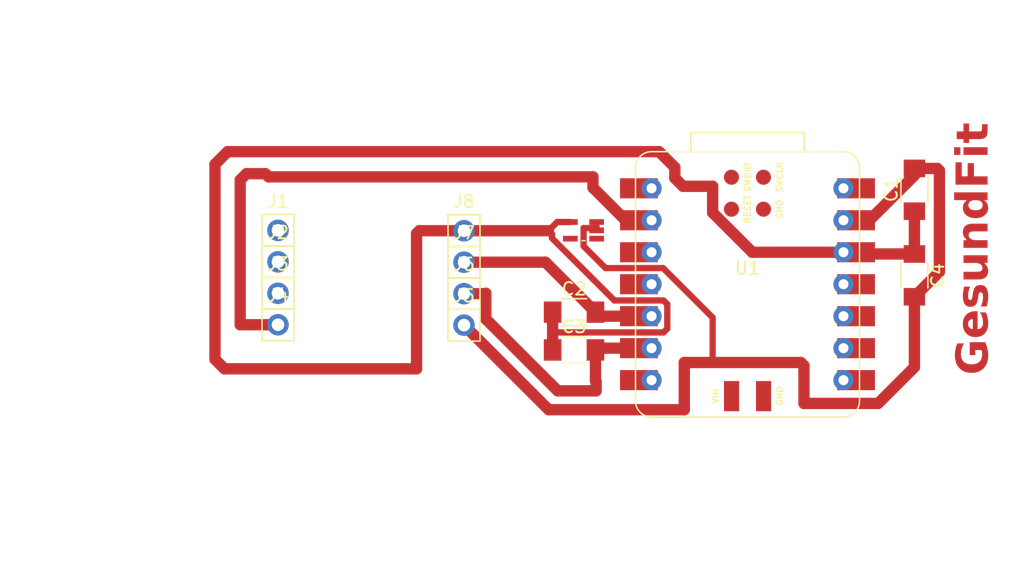
<source format=kicad_pcb>
(kicad_pcb (version 20240108) (generator "pcbnew") (generator_version "8.0")
  (layers (0 "F.Cu" signal) (31 "B.Cu" signal) (34 "B.Paste" user) (35 "F.Paste" user) (36 "B.SilkS" user "B.Silkscreen") (37 "F.SilkS" user "F.Silkscreen") (38 "B.Mask" user) (39 "F.Mask" user) (44 "Edge.Cuts" user))
  (net 0 "")
  (net 1 "Net-(J7-Pin_1)")
  (net 2 "Net-(J6-Pin_1)")
  (net 6 "Net-(J4-Pin_1)")
  (net 7 "PWR_GND")
  (net 19 "PWR_3V3")
  (net 20 "Net-(U1-PA02_A0_D0)")
  (footprint "fab:PinHeader_1x01_P2.54mm_Vertical_THT_D1mm" (layer "F.Cu") (at 136.515 46.53)
    (property "Reference" "J8" (at 0 -2.33 0) (layer "F.SilkS"))
    (property "Value" "Conn_PinHeader_1x01_P2.54mm_Vertical_THT_D1mm")
    (fp_line (start -1.27 -1.27) (end -1.27 1.27) (stroke (width 0.12)) (layer "F.SilkS"))
    (fp_line (start -1.27 -1.27) (end 1.27 -1.27) (stroke (width 0.12)) (layer "F.SilkS"))
    (fp_line (start -1.27 1.27) (end 1.27 1.27) (stroke (width 0.12)) (layer "F.SilkS"))
    (fp_line (start 1.27 -1.27) (end 1.27 1.27) (stroke (width 0.12)) (layer "F.SilkS"))
    (pad "1" thru_hole oval (at 0 0) (size 1.7 1.7) (drill 1) (layers "*.Cu" "*.Mask") (net 19 "PWR_3V3"))
  )
  (footprint "fab:SeeedStudio_XIAO_RP2040" (layer "F.Cu") (at 159.015 50.78)
    (property "Reference" "U1" (at 0 -1.27 0) (layer "F.SilkS"))
    (property "Value" "~")
    (fp_line (start -8.8875 9.281) (end -8.8875 -9.261) (stroke (width 0.12)) (layer "F.SilkS"))
    (fp_line (start -7.6175 -10.531) (end 7.6225 -10.531) (stroke (width 0.12)) (layer "F.SilkS"))
    (fp_line (start 7.6225 10.551) (end -7.6175 10.551) (stroke (width 0.12)) (layer "F.SilkS"))
    (fp_line (start 8.8925 -9.261) (end 8.8925 9.281) (stroke (width 0.12)) (layer "F.SilkS"))
    (fp_rect (start -4.4975 -10.531) (end 4.5025 -12.055) (stroke (width 0.12)) (fill none) (layer "F.SilkS"))
    (fp_arc (start -8.8875 -9.261) (mid -8.515526 -10.159026) (end -7.6175 -10.531) (stroke (width 0.12)) (layer "F.SilkS"))
    (fp_arc (start -7.6175 10.551) (mid -8.515526 10.179026) (end -8.8875 9.281) (stroke (width 0.12)) (layer "F.SilkS"))
    (fp_arc (start 7.6225 -10.531) (mid 8.520526 -10.159026) (end 8.8925 -9.261) (stroke (width 0.12)) (layer "F.SilkS"))
    (fp_arc (start 8.8925 9.281) (mid 8.520526 10.179026) (end 7.6225 10.551) (stroke (width 0.12)) (layer "F.SilkS"))
    (fp_text user "GND" (at 2.54 -5.96 90) (layer "F.SilkS") (effects (font (size 0.5 0.5) (thickness 0.1) (bold yes))))
    (fp_text user "SWCLK" (at 2.54 -8.5 90) (layer "F.SilkS") (effects (font (size 0.5 0.5) (thickness 0.1) (bold yes))))
    (fp_text user "VIN" (at -2.535 8.89 90) (layer "F.SilkS") (effects (font (size 0.5 0.5) (thickness 0.1) (bold yes))))
    (fp_text user "RESET" (at 0 -5.96 90) (layer "F.SilkS") (effects (font (size 0.5 0.5) (thickness 0.1) (bold yes))))
    (fp_text user "GND" (at 2.545 8.89 90) (layer "F.SilkS") (effects (font (size 0.5 0.5) (thickness 0.1) (bold yes))))
    (fp_text user "SWDIO" (at 0 -8.5 90) (layer "F.SilkS") (effects (font (size 0.5 0.5) (thickness 0.1) (bold yes))))
    (pad "1" thru_hole circle (at -7.615 -7.62) (size 1.6 1.6) (drill 0.8) (layers "*.Cu" "*.Mask") (net 20 "Net-(U1-PA02_A0_D0)"))
    (pad "1" smd rect (at -7.615 -7.62) (size 3 1.6) (drill (offset -1 0)) (layers "F.Cu" "F.Paste" "F.Mask") (net 20 "Net-(U1-PA02_A0_D0)"))
    (pad "2" thru_hole circle (at -7.615 -5.08) (size 1.6 1.6) (drill 0.8) (layers "*.Cu" "*.Mask") (net 6 "Net-(J4-Pin_1)"))
    (pad "2" smd rect (at -7.615 -5.08) (size 3 1.6) (drill (offset -1 0)) (layers "F.Cu" "F.Paste" "F.Mask") (net 6 "Net-(J4-Pin_1)"))
    (pad "3" thru_hole circle (at -7.615 -2.54) (size 1.6 1.6) (drill 0.8) (layers "*.Cu" "*.Mask"))
    (pad "3" smd rect (at -7.615 -2.54) (size 3 1.6) (drill (offset -1 0)) (layers "F.Cu" "F.Paste" "F.Mask"))
    (pad "4" thru_hole circle (at -7.615 0) (size 1.6 1.6) (drill 0.8) (layers "*.Cu" "*.Mask"))
    (pad "4" smd rect (at -7.615 0) (size 3 1.6) (drill (offset -1 0)) (layers "F.Cu" "F.Paste" "F.Mask"))
    (pad "5" thru_hole circle (at -7.615 2.54) (size 1.6 1.6) (drill 0.8) (layers "*.Cu" "*.Mask") (net 1 "Net-(J7-Pin_1)"))
    (pad "5" smd rect (at -7.615 2.54) (size 3 1.6) (drill (offset -1 0)) (layers "F.Cu" "F.Paste" "F.Mask") (net 1 "Net-(J7-Pin_1)"))
    (pad "6" thru_hole circle (at -7.615 5.08) (size 1.6 1.6) (drill 0.8) (layers "*.Cu" "*.Mask") (net 2 "Net-(J6-Pin_1)"))
    (pad "6" smd rect (at -7.615 5.08) (size 3 1.6) (drill (offset -1 0)) (layers "F.Cu" "F.Paste" "F.Mask") (net 2 "Net-(J6-Pin_1)"))
    (pad "7" thru_hole circle (at -7.615 7.62) (size 1.6 1.6) (drill 0.8) (layers "*.Cu" "*.Mask"))
    (pad "7" smd rect (at -7.615 7.62) (size 3 1.6) (drill (offset -1 0)) (layers "F.Cu" "F.Paste" "F.Mask"))
    (pad "8" thru_hole circle (at 7.62 7.62) (size 1.6 1.6) (drill 0.8) (layers "*.Cu" "*.Mask"))
    (pad "8" smd rect (at 7.62 7.62) (size 3 1.6) (drill (offset 1 0)) (layers "F.Cu" "F.Paste" "F.Mask"))
    (pad "9" thru_hole circle (at 7.62 5.08) (size 1.6 1.6) (drill 0.8) (layers "*.Cu" "*.Mask"))
    (pad "9" smd rect (at 7.62 5.08) (size 3 1.6) (drill (offset 1 0)) (layers "F.Cu" "F.Paste" "F.Mask"))
    (pad "10" thru_hole circle (at 7.62 2.54) (size 1.6 1.6) (drill 0.8) (layers "*.Cu" "*.Mask"))
    (pad "10" smd rect (at 7.62 2.54) (size 3 1.6) (drill (offset 1 0)) (layers "F.Cu" "F.Paste" "F.Mask"))
    (pad "11" thru_hole circle (at 7.62 0) (size 1.6 1.6) (drill 0.8) (layers "*.Cu" "*.Mask"))
    (pad "11" smd rect (at 7.62 0) (size 3 1.6) (drill (offset 1 0)) (layers "F.Cu" "F.Paste" "F.Mask"))
    (pad "12" thru_hole circle (at 7.62 -2.54) (size 1.6 1.6) (drill 0.8) (layers "*.Cu" "*.Mask") (net 19 "PWR_3V3"))
    (pad "12" smd rect (at 7.62 -2.54) (size 3 1.6) (drill (offset 1 0)) (layers "F.Cu" "F.Paste" "F.Mask") (net 19 "PWR_3V3"))
    (pad "13" thru_hole circle (at 7.62 -5.08) (size 1.6 1.6) (drill 0.8) (layers "*.Cu" "*.Mask") (net 7 "PWR_GND"))
    (pad "13" smd rect (at 7.62 -5.08) (size 3 1.6) (drill (offset 1 0)) (layers "F.Cu" "F.Paste" "F.Mask") (net 7 "PWR_GND"))
    (pad "14" thru_hole circle (at 7.62 -7.62) (size 1.6 1.6) (drill 0.8) (layers "*.Cu" "*.Mask"))
    (pad "14" smd rect (at 7.62 -7.62) (size 3 1.6) (drill (offset 1 0)) (layers "F.Cu" "F.Paste" "F.Mask"))
    (pad "15" smd rect (at 1.275 8.89 270) (size 2.4 1.2) (layers "F.Cu" "F.Paste" "F.Mask"))
    (pad "16" smd rect (at -1.265 8.89 270) (size 2.4 1.2) (layers "F.Cu" "F.Paste" "F.Mask"))
    (pad "17" smd circle (at -1.27 -8.5) (size 1.2 1.2) (layers "F.Cu" "F.Paste" "F.Mask"))
    (pad "18" smd circle (at -1.27 -5.96) (size 1.2 1.2) (layers "F.Cu" "F.Paste" "F.Mask"))
    (pad "19" smd circle (at 1.27 -5.96) (size 1.2 1.2) (layers "F.Cu" "F.Paste" "F.Mask"))
    (pad "20" smd circle (at 1.27 -8.5) (size 1.2 1.2) (layers "F.Cu" "F.Paste" "F.Mask"))
  )
  (footprint "fab:PinHeader_1x01_P2.54mm_Vertical_THT_D1mm" (layer "F.Cu") (at 121.75 49)
    (property "Reference" "J2" (at 0 -2.33 0) (layer "F.SilkS"))
    (property "Value" "Conn_PinHeader_1x01_P2.54mm_Vertical_THT_D1mm")
    (fp_line (start -1.27 -1.27) (end -1.27 1.27) (stroke (width 0.12)) (layer "F.SilkS"))
    (fp_line (start -1.27 -1.27) (end 1.27 -1.27) (stroke (width 0.12)) (layer "F.SilkS"))
    (fp_line (start -1.27 1.27) (end 1.27 1.27) (stroke (width 0.12)) (layer "F.SilkS"))
    (fp_line (start 1.27 -1.27) (end 1.27 1.27) (stroke (width 0.12)) (layer "F.SilkS"))
    (pad "1" thru_hole oval (at 0 0) (size 1.7 1.7) (drill 1) (layers "*.Cu" "*.Mask"))
  )
  (footprint "fab:PinHeader_1x01_P2.54mm_Vertical_THT_D1mm" (layer "F.Cu") (at 121.75 54)
    (property "Reference" "J4" (at 0 -2.33 0) (layer "F.SilkS"))
    (property "Value" "Conn_PinHeader_1x01_P2.54mm_Vertical_THT_D1mm")
    (fp_line (start -1.27 -1.27) (end -1.27 1.27) (stroke (width 0.12)) (layer "F.SilkS"))
    (fp_line (start -1.27 -1.27) (end 1.27 -1.27) (stroke (width 0.12)) (layer "F.SilkS"))
    (fp_line (start -1.27 1.27) (end 1.27 1.27) (stroke (width 0.12)) (layer "F.SilkS"))
    (fp_line (start 1.27 -1.27) (end 1.27 1.27) (stroke (width 0.12)) (layer "F.SilkS"))
    (pad "1" thru_hole oval (at 0 0) (size 1.7 1.7) (drill 1) (layers "*.Cu" "*.Mask") (net 6 "Net-(J4-Pin_1)"))
  )
  (footprint "fab:PinHeader_1x01_P2.54mm_Vertical_THT_D1mm" (layer "F.Cu") (at 136.515 51.53)
    (property "Reference" "J6" (at 0 -2.33 0) (layer "F.SilkS"))
    (property "Value" "Conn_PinHeader_1x01_P2.54mm_Vertical_THT_D1mm")
    (fp_line (start -1.27 -1.27) (end -1.27 1.27) (stroke (width 0.12)) (layer "F.SilkS"))
    (fp_line (start -1.27 -1.27) (end 1.27 -1.27) (stroke (width 0.12)) (layer "F.SilkS"))
    (fp_line (start -1.27 1.27) (end 1.27 1.27) (stroke (width 0.12)) (layer "F.SilkS"))
    (fp_line (start 1.27 -1.27) (end 1.27 1.27) (stroke (width 0.12)) (layer "F.SilkS"))
    (pad "1" thru_hole oval (at 0 0) (size 1.7 1.7) (drill 1) (layers "*.Cu" "*.Mask") (net 2 "Net-(J6-Pin_1)"))
  )
  (footprint "fab:C_1206" (layer "F.Cu") (at 172.265 43.28 90)
    (property "Reference" "C1" (at 0 -1.85 -90) (layer "F.SilkS"))
    (property "Value" "C_1206")
    (fp_line (start -1 -1.07) (end 1 -1.07) (stroke (width 0.12)) (layer "F.SilkS"))
    (fp_line (start 1 1.07) (end -1 1.07) (stroke (width 0.12)) (layer "F.SilkS"))
    (pad "1" smd rect (at -1.7 0 90) (size 1.4 1.7) (layers "F.Cu" "F.Paste" "F.Mask") (net 19 "PWR_3V3"))
    (pad "2" smd rect (at 1.7 0 90) (size 1.4 1.7) (layers "F.Cu" "F.Paste" "F.Mask") (net 7 "PWR_GND"))
  )
  (footprint "fab:C_1206" (layer "F.Cu") (at 145.25 56)
    (property "Reference" "C3" (at 0 -1.85 0) (layer "F.SilkS"))
    (property "Value" "C_1206")
    (fp_line (start -1 -1.07) (end 1 -1.07) (stroke (width 0.12)) (layer "F.SilkS"))
    (fp_line (start 1 1.07) (end -1 1.07) (stroke (width 0.12)) (layer "F.SilkS"))
    (pad "1" smd rect (at -1.7 0) (size 1.4 1.7) (layers "F.Cu" "F.Paste" "F.Mask") (net 19 "PWR_3V3"))
    (pad "2" smd rect (at 1.7 0) (size 1.4 1.7) (layers "F.Cu" "F.Paste" "F.Mask") (net 2 "Net-(J6-Pin_1)"))
  )
  (footprint "fab:PinHeader_1x01_P2.54mm_Vertical_THT_D1mm" (layer "F.Cu") (at 136.515 49.03)
    (property "Reference" "J7" (at 0 -2.33 0) (layer "F.SilkS"))
    (property "Value" "Conn_PinHeader_1x01_P2.54mm_Vertical_THT_D1mm")
    (fp_line (start -1.27 -1.27) (end -1.27 1.27) (stroke (width 0.12)) (layer "F.SilkS"))
    (fp_line (start -1.27 -1.27) (end 1.27 -1.27) (stroke (width 0.12)) (layer "F.SilkS"))
    (fp_line (start -1.27 1.27) (end 1.27 1.27) (stroke (width 0.12)) (layer "F.SilkS"))
    (fp_line (start 1.27 -1.27) (end 1.27 1.27) (stroke (width 0.12)) (layer "F.SilkS"))
    (pad "1" thru_hole oval (at 0 0) (size 1.7 1.7) (drill 1) (layers "*.Cu" "*.Mask") (net 1 "Net-(J7-Pin_1)"))
  )
  (footprint "MCP9700T-E_LT:SOT65P210X110-5N" (layer "F.Cu") (at 146 46.5 180)
    (property "Reference" "U2" (hide yes))
    (property "Value" "MCP9700T-E_LT" (hide yes))
    (fp_arc (start 0.127 -0.8382) (mid 0 -0.810626) (end -0.127 -0.8382) (stroke (width 0.1)) (layer "F.SilkS"))
    (pad "1" smd rect (at -1.0414 -0.6604 180) (size 1.1684 0.4572) (layers "F.Cu" "F.Paste" "F.Mask"))
    (pad "2" smd rect (at -1.0414 0 180) (size 1.1684 0.4572) (layers "F.Cu" "F.Paste" "F.Mask") (net 7 "PWR_GND"))
    (pad "3" smd rect (at -1.0414 0.6604 180) (size 1.1684 0.4572) (layers "F.Cu" "F.Paste" "F.Mask") (net 20 "Net-(U1-PA02_A0_D0)"))
    (pad "4" smd rect (at 1.0414 0.6604 180) (size 1.1684 0.4572) (layers "F.Cu" "F.Paste" "F.Mask") (net 19 "PWR_3V3"))
    (pad "5" smd rect (at 1.0414 -0.6604 180) (size 1.1684 0.4572) (layers "F.Cu" "F.Paste" "F.Mask"))
  )
  (footprint "fab:PinHeader_1x01_P2.54mm_Vertical_THT_D1mm" (layer "F.Cu") (at 121.75 46.5)
    (property "Reference" "J1" (at 0 -2.33 0) (layer "F.SilkS"))
    (property "Value" "Conn_PinHeader_1x01_P2.54mm_Vertical_THT_D1mm")
    (fp_line (start -1.27 -1.27) (end -1.27 1.27) (stroke (width 0.12)) (layer "F.SilkS"))
    (fp_line (start -1.27 -1.27) (end 1.27 -1.27) (stroke (width 0.12)) (layer "F.SilkS"))
    (fp_line (start -1.27 1.27) (end 1.27 1.27) (stroke (width 0.12)) (layer "F.SilkS"))
    (fp_line (start 1.27 -1.27) (end 1.27 1.27) (stroke (width 0.12)) (layer "F.SilkS"))
    (pad "1" thru_hole oval (at 0 0) (size 1.7 1.7) (drill 1) (layers "*.Cu" "*.Mask"))
  )
  (footprint "fab:PinHeader_1x01_P2.54mm_Vertical_THT_D1mm" (layer "F.Cu") (at 121.75 51.5)
    (property "Reference" "J3" (at 0 -2.33 0) (layer "F.SilkS"))
    (property "Value" "Conn_PinHeader_1x01_P2.54mm_Vertical_THT_D1mm")
    (fp_line (start -1.27 -1.27) (end -1.27 1.27) (stroke (width 0.12)) (layer "F.SilkS"))
    (fp_line (start -1.27 -1.27) (end 1.27 -1.27) (stroke (width 0.12)) (layer "F.SilkS"))
    (fp_line (start -1.27 1.27) (end 1.27 1.27) (stroke (width 0.12)) (layer "F.SilkS"))
    (fp_line (start 1.27 -1.27) (end 1.27 1.27) (stroke (width 0.12)) (layer "F.SilkS"))
    (pad "1" thru_hole oval (at 0 0) (size 1.7 1.7) (drill 1) (layers "*.Cu" "*.Mask"))
  )
  (footprint "fab:PinHeader_1x01_P2.54mm_Vertical_THT_D1mm" (layer "F.Cu") (at 136.515 54.03)
    (property "Reference" "J5" (at 0 -2.33 0) (layer "F.SilkS"))
    (property "Value" "Conn_PinHeader_1x01_P2.54mm_Vertical_THT_D1mm")
    (fp_line (start -1.27 -1.27) (end -1.27 1.27) (stroke (width 0.12)) (layer "F.SilkS"))
    (fp_line (start -1.27 -1.27) (end 1.27 -1.27) (stroke (width 0.12)) (layer "F.SilkS"))
    (fp_line (start -1.27 1.27) (end 1.27 1.27) (stroke (width 0.12)) (layer "F.SilkS"))
    (fp_line (start 1.27 -1.27) (end 1.27 1.27) (stroke (width 0.12)) (layer "F.SilkS"))
    (pad "1" thru_hole oval (at 0 0) (size 1.7 1.7) (drill 1) (layers "*.Cu" "*.Mask") (net 7 "PWR_GND"))
  )
  (footprint "fab:C_1206" (layer "F.Cu") (at 172.265 50.0775 -90)
    (property "Reference" "C4" (at 0 -1.85 90) (layer "F.SilkS"))
    (property "Value" "C_1206")
    (fp_line (start 1 1.07) (end -1 1.07) (stroke (width 0.12)) (layer "F.SilkS"))
    (fp_line (start -1 -1.07) (end 1 -1.07) (stroke (width 0.12)) (layer "F.SilkS"))
    (pad "1" smd rect (at -1.7 0 270) (size 1.4 1.7) (layers "F.Cu" "F.Paste" "F.Mask") (net 19 "PWR_3V3"))
    (pad "2" smd rect (at 1.7 0 270) (size 1.4 1.7) (layers "F.Cu" "F.Paste" "F.Mask") (net 7 "PWR_GND"))
  )
  (footprint "fab:C_1206" (layer "F.Cu") (at 145.25 53)
    (property "Reference" "C2" (at 0 -1.85 0) (layer "F.SilkS"))
    (property "Value" "C_1206")
    (fp_line (start -1 -1.07) (end 1 -1.07) (stroke (width 0.12)) (layer "F.SilkS"))
    (fp_line (start 1 1.07) (end -1 1.07) (stroke (width 0.12)) (layer "F.SilkS"))
    (pad "1" smd rect (at -1.7 0) (size 1.4 1.7) (layers "F.Cu" "F.Paste" "F.Mask") (net 19 "PWR_3V3"))
    (pad "2" smd rect (at 1.7 0) (size 1.4 1.7) (layers "F.Cu" "F.Paste" "F.Mask") (net 1 "Net-(J7-Pin_1)"))
  )
  (gr_text "GesundFit" (at 178.5 58 90) (layer "F.Cu") (effects (font (size 2.5 2.5) (thickness 0.3) (bold yes)) (justify left bottom)))
  (segment (start 151.4 53.32) (end 147.27 53.32) (width 0.9) (layer "F.Cu") (net 1))
  (segment (start 146.95 53) (end 142.98 49.03) (width 0.9) (layer "F.Cu") (net 1))
  (segment (start 147.27 53.32) (end 146.95 53) (width 0.9) (layer "F.Cu") (net 1))
  (segment (start 142.98 49.03) (end 136.515 49.03) (width 0.9) (layer "F.Cu") (net 1))
  (segment (start 147.09 55.86) (end 146.95 56) (width 0.9) (layer "F.Cu") (net 2))
  (segment (start 146.95 58.45) (end 146.95 56) (width 0.9) (layer "F.Cu") (net 2))
  (segment (start 136.515 51.53) (end 138.22 51.53) (width 0.9) (layer "F.Cu") (net 2))
  (segment (start 147 59.25) (end 147 58.5) (width 0.9) (layer "F.Cu") (net 2))
  (segment (start 138.22 51.53) (end 138.25 51.5) (width 0.9) (layer "F.Cu") (net 2))
  (segment (start 151.4 55.86) (end 147.09 55.86) (width 0.9) (layer "F.Cu") (net 2))
  (segment (start 147 58.5) (end 146.95 58.45) (width 0.9) (layer "F.Cu") (net 2))
  (segment (start 138.25 51.5) (end 138.25 53.55) (width 0.9) (layer "F.Cu") (net 2))
  (segment (start 143.95 59.25) (end 147 59.25) (width 0.9) (layer "F.Cu") (net 2))
  (segment (start 138.25 53.55) (end 143.95 59.25) (width 0.9) (layer "F.Cu") (net 2))
  (segment (start 120.75 42) (end 121 42.25) (width 0.9) (layer "F.Cu") (net 6))
  (segment (start 119.25 42) (end 120.75 42) (width 0.9) (layer "F.Cu") (net 6))
  (segment (start 121 42.25) (end 146.75 42.25) (width 0.9) (layer "F.Cu") (net 6))
  (segment (start 121.75 54) (end 118.75 54) (width 0.9) (layer "F.Cu") (net 6))
  (segment (start 146.75 43.11) (end 149.34 45.7) (width 0.9) (layer "F.Cu") (net 6))
  (segment (start 118.75 54) (end 118.75 42.5) (width 0.9) (layer "F.Cu") (net 6))
  (segment (start 149.34 45.7) (end 151.4 45.7) (width 0.9) (layer "F.Cu") (net 6))
  (segment (start 146.75 42.25) (end 146.75 43.11) (width 0.9) (layer "F.Cu") (net 6))
  (segment (start 118.75 42.5) (end 119.25 42) (width 0.9) (layer "F.Cu") (net 6))
  (segment (start 152.32 49.5) (end 156.25 53.43) (width 0.5) (layer "F.Cu") (net 7))
  (segment (start 146.0072 46.3214) (end 146.92 46.3214) (width 0.5) (layer "F.Cu") (net 7))
  (segment (start 172.265 41.58) (end 174.08 41.58) (width 0.9) (layer "F.Cu") (net 7))
  (segment (start 168.695 45.7) (end 172.265 42.13) (width 0.9) (layer "F.Cu") (net 7))
  (segment (start 172.265 51.7775) (end 172.265 57.37) (width 0.9) (layer "F.Cu") (net 7))
  (segment (start 174.08 41.58) (end 174.25 41.75) (width 0.9) (layer "F.Cu") (net 7))
  (segment (start 169.385 60.25) (end 163.5 60.25) (width 0.9) (layer "F.Cu") (net 7))
  (segment (start 172.265 57.37) (end 169.385 60.25) (width 0.9) (layer "F.Cu") (net 7))
  (segment (start 156.25 57) (end 154 57) (width 0.9) (layer "F.Cu") (net 7))
  (segment (start 146.0072 46.3214) (end 146.0072 47.7572) (width 0.5) (layer "F.Cu") (net 7))
  (segment (start 163.25 57) (end 156.25 57) (width 0.9) (layer "F.Cu") (net 7))
  (segment (start 174.25 41.75) (end 174.25 49.7925) (width 0.9) (layer "F.Cu") (net 7))
  (segment (start 163.5 60.25) (end 163.5 57.25) (width 0.9) (layer "F.Cu") (net 7))
  (segment (start 172.265 42.13) (end 172.265 41.58) (width 0.9) (layer "F.Cu") (net 7))
  (segment (start 154 57) (end 154 60.75) (width 0.9) (layer "F.Cu") (net 7))
  (segment (start 146.92 46.3214) (end 147.0414 46.2) (width 0.5) (layer "F.Cu") (net 7))
  (segment (start 143.235 60.75) (end 136.515 54.03) (width 0.9) (layer "F.Cu") (net 7))
  (segment (start 174.25 49.7925) (end 172.265 51.7775) (width 0.9) (layer "F.Cu") (net 7))
  (segment (start 146.0072 47.7572) (end 147.75 49.5) (width 0.5) (layer "F.Cu") (net 7))
  (segment (start 156.25 53.43) (end 156.25 57) (width 0.5) (layer "F.Cu") (net 7))
  (segment (start 163.5 57.25) (end 163.25 57) (width 0.9) (layer "F.Cu") (net 7))
  (segment (start 147.75 49.5) (end 152.32 49.5) (width 0.5) (layer "F.Cu") (net 7))
  (segment (start 166.635 45.7) (end 168.695 45.7) (width 0.9) (layer "F.Cu") (net 7))
  (segment (start 154 60.75) (end 143.235 60.75) (width 0.9) (layer "F.Cu") (net 7))
  (segment (start 153.25 41.5) (end 153.25 42.351396) (width 0.9) (layer "F.Cu") (net 19))
  (segment (start 116.75 41.25) (end 117.75 40.25) (width 0.9) (layer "F.Cu") (net 19))
  (segment (start 132.75 46.75) (end 132.75 57.5) (width 0.9) (layer "F.Cu") (net 19))
  (segment (start 153.25 42.351396) (end 153.898604 43) (width 0.9) (layer "F.Cu") (net 19))
  (segment (start 143.5 47.12) (end 148.45 52.07) (width 0.5) (layer "F.Cu") (net 19))
  (segment (start 156.25 45.092767) (end 159.397233 48.24) (width 0.9) (layer "F.Cu") (net 19))
  (segment (start 153.898604 43) (end 156.25 43) (width 0.9) (layer "F.Cu") (net 19))
  (segment (start 136.515 46.53) (end 132.97 46.53) (width 0.9) (layer "F.Cu") (net 19))
  (segment (start 152.35 54.61) (end 143.69 54.61) (width 0.5) (layer "F.Cu") (net 19))
  (segment (start 172.265 44.98) (end 172.265 48.3775) (width 0.9) (layer "F.Cu") (net 19))
  (segment (start 166.7725 48.3775) (end 166.635 48.24) (width 0.9) (layer "F.Cu") (net 19))
  (segment (start 156.25 43) (end 156.25 45.092767) (width 0.9) (layer "F.Cu") (net 19))
  (segment (start 143.9104 45.8396) (end 144.9586 45.8396) (width 0.5) (layer "F.Cu") (net 19))
  (segment (start 152 40.25) (end 153.25 41.5) (width 0.9) (layer "F.Cu") (net 19))
  (segment (start 143.55 54.75) (end 143.55 53) (width 0.9) (layer "F.Cu") (net 19))
  (segment (start 143.5 46.81) (end 143.22 46.53) (width 0.5) (layer "F.Cu") (net 19))
  (segment (start 117.75 40.25) (end 152 40.25) (width 0.9) (layer "F.Cu") (net 19))
  (segment (start 132.75 57.5) (end 117.5 57.5) (width 0.9) (layer "F.Cu") (net 19))
  (segment (start 152.65 52.37) (end 152.65 54.31) (width 0.5) (layer "F.Cu") (net 19))
  (segment (start 143.5 47.12) (end 143.5 46.81) (width 0.5) (layer "F.Cu") (net 19))
  (segment (start 132.97 46.53) (end 132.75 46.75) (width 0.9) (layer "F.Cu") (net 19))
  (segment (start 159.397233 48.24) (end 166.635 48.24) (width 0.9) (layer "F.Cu") (net 19))
  (segment (start 116.75 56.75) (end 116.75 41.25) (width 0.9) (layer "F.Cu") (net 19))
  (segment (start 152.35 52.07) (end 152.65 52.37) (width 0.5) (layer "F.Cu") (net 19))
  (segment (start 143.69 54.61) (end 143.55 54.75) (width 0.5) (layer "F.Cu") (net 19))
  (segment (start 136.515 46.53) (end 143.22 46.53) (width 0.9) (layer "F.Cu") (net 19))
  (segment (start 152.65 54.31) (end 152.35 54.61) (width 0.5) (layer "F.Cu") (net 19))
  (segment (start 148.45 52.07) (end 152.35 52.07) (width 0.5) (layer "F.Cu") (net 19))
  (segment (start 117.5 57.5) (end 116.75 56.75) (width 0.9) (layer "F.Cu") (net 19))
  (segment (start 143.22 46.53) (end 143.9104 45.8396) (width 0.5) (layer "F.Cu") (net 19))
  (segment (start 143.55 56) (end 143.55 54.75) (width 0.9) (layer "F.Cu") (net 19))
  (segment (start 172.265 48.3775) (end 166.7725 48.3775) (width 0.9) (layer "F.Cu") (net 19))
)
</source>
